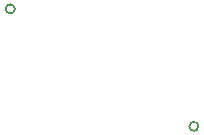
<source format=gbr>
G04 #@! TF.GenerationSoftware,KiCad,Pcbnew,(5.1.5)-3*
G04 #@! TF.CreationDate,2021-05-07T14:02:41+02:00*
G04 #@! TF.ProjectId,LeachAmp_kicad,4c656163-6841-46d7-905f-6b696361642e,rev?*
G04 #@! TF.SameCoordinates,Original*
G04 #@! TF.FileFunction,Legend,Bot*
G04 #@! TF.FilePolarity,Positive*
%FSLAX46Y46*%
G04 Gerber Fmt 4.6, Leading zero omitted, Abs format (unit mm)*
G04 Created by KiCad (PCBNEW (5.1.5)-3) date 2021-05-07 14:02:41*
%MOMM*%
%LPD*%
G04 APERTURE LIST*
%ADD10C,0.152400*%
G04 APERTURE END LIST*
D10*
X231298000Y-98439356D02*
G75*
G03X231298000Y-98439356I-381000J0D01*
G01*
X246839000Y-108387256D02*
G75*
G03X246839000Y-108387256I-381000J0D01*
G01*
M02*

</source>
